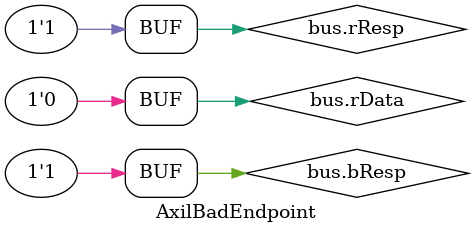
<source format=sv>
/*
   Copyright 2020 Scott Teal

   Licensed under the Apache License, Version 2.0 (the "License");
   you may not use this file except in compliance with the License.
   You may obtain a copy of the License at

       http://www.apache.org/licenses/LICENSE-2.0

   Unless required by applicable law or agreed to in writing, software
   distributed under the License is distributed on an "AS IS" BASIS,
   WITHOUT WARRANTIES OR CONDITIONS OF ANY KIND, either express or implied.
   See the License for the specific language governing permissions and
   limitations under the License.
*/

module AxilBadEndpoint
(
    AxiLite.S bus
);

/*****************************************************************************/
// Write Transaction
/*****************************************************************************/

always_comb begin
    bus.bResp = 2'b11;
end

initial begin
    bus.awReady = 1'b0;
    bus.wReady = 1'b0;
    bus.bValid = 1'b0;
end

always @(posedge bus.aclk) begin
    if (!bus.aresetn) begin
        bus.awReady <= 1'b0;
        bus.wReady  <= 1'b0;
        bus.bValid  <= 1'b0;
    end
    else begin
        // Write Side One-hot state machine
        bus.awReady <= bus.awReady ? ~bus.awValid : ((bus.bValid && bus.bReady) || (!bus.awReady && !bus.wReady && !bus.bValid));
        bus.wReady  <= bus.wReady  ? ~bus.wValid  : (bus.awValid && bus.awReady);
        bus.bValid  <= bus.bValid  ? ~bus.bReady  : (bus.wValid  && bus.wReady);
    end
end

/*****************************************************************************/
// Read Transaction
/*****************************************************************************/

always_comb begin
    bus.rResp = 2'b11;
    bus.rData = '0;
end

initial begin
    bus.arReady = 1'b0;
    bus.rValid = 1'b0;
end

always @(posedge bus.aclk) begin
    if (!bus.aresetn) begin
        bus.arReady <= 1'b0;
        bus.rValid <= 1'b0;
    end
    else begin
        // Read side One-hot state machine
        bus.arReady <= bus.arReady ? ~bus.arValid : ((bus.arValid && bus.arReady) || (!bus.arReady && !bus.rValid));
        bus.rValid  <= bus.rValid  ? ~bus.rReady  : (bus.arValid && bus.arReady);
    end
end

endmodule

</source>
